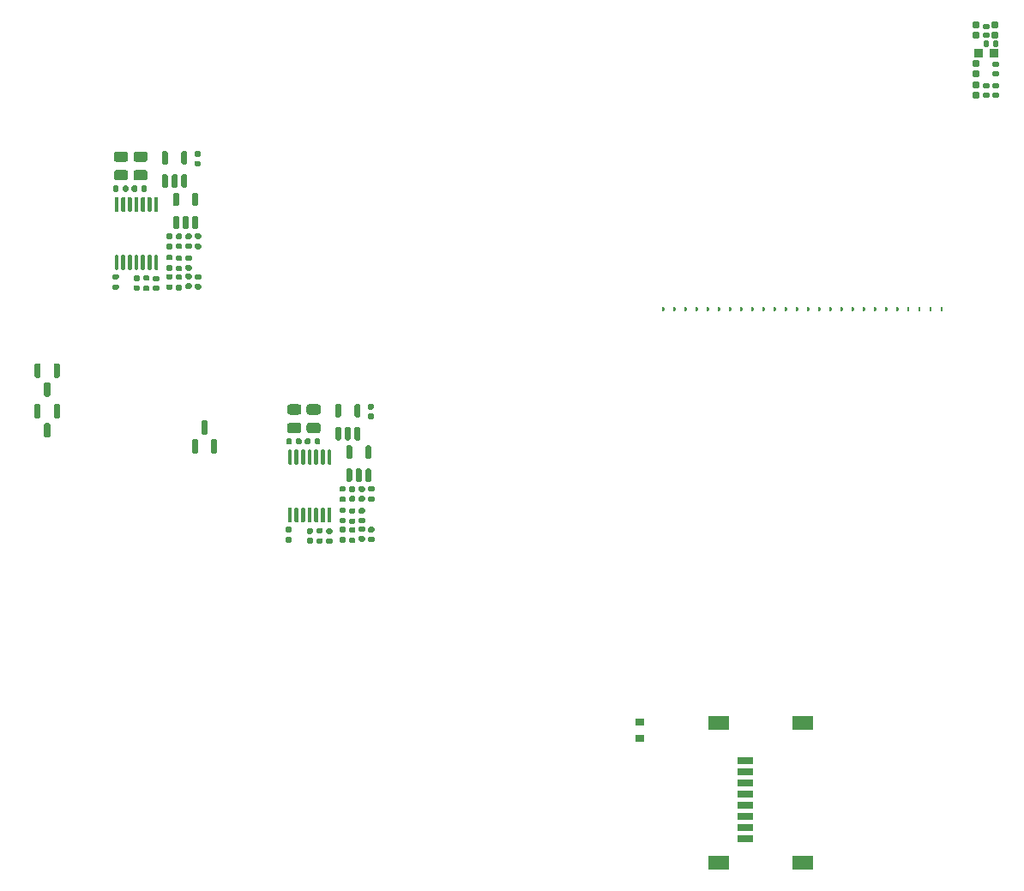
<source format=gbp>
G75*
G70*
%OFA0B0*%
%FSLAX25Y25*%
%IPPOS*%
%LPD*%
%AMOC8*
5,1,8,0,0,1.08239X$1,22.5*
%
%AMM122*
21,1,0.023620,0.018900,-0.000000,0.000000,270.000000*
21,1,0.018900,0.023620,-0.000000,0.000000,270.000000*
1,1,0.004720,-0.009450,-0.009450*
1,1,0.004720,-0.009450,0.009450*
1,1,0.004720,0.009450,0.009450*
1,1,0.004720,0.009450,-0.009450*
%
%AMM142*
21,1,0.033470,0.026770,-0.000000,0.000000,0.000000*
21,1,0.026770,0.033470,-0.000000,0.000000,0.000000*
1,1,0.006690,0.013390,-0.013390*
1,1,0.006690,-0.013390,-0.013390*
1,1,0.006690,-0.013390,0.013390*
1,1,0.006690,0.013390,0.013390*
%
%AMM316*
21,1,0.019680,0.019680,-0.000000,0.000000,0.000000*
21,1,0.015750,0.023620,-0.000000,0.000000,0.000000*
1,1,0.003940,0.007870,-0.009840*
1,1,0.003940,-0.007870,-0.009840*
1,1,0.003940,-0.007870,0.009840*
1,1,0.003940,0.007870,0.009840*
%
%AMM317*
21,1,0.019680,0.019680,-0.000000,0.000000,90.000000*
21,1,0.015750,0.023620,-0.000000,0.000000,90.000000*
1,1,0.003940,0.009840,0.007870*
1,1,0.003940,0.009840,-0.007870*
1,1,0.003940,-0.009840,-0.007870*
1,1,0.003940,-0.009840,0.007870*
%
%ADD266M122*%
%ADD290M142*%
%ADD483M316*%
%ADD484M317*%
%ADD85R,0.05906X0.03150*%
%ADD86R,0.07874X0.05709*%
X0000000Y0000000D02*
%LPD*%
G01*
G36*
G01*
X0354606Y0219400D02*
X0354606Y0220385D01*
G75*
G02*
X0355098Y0220877I0000492J0000000D01*
G01*
X0355098Y0220877D01*
G75*
G02*
X0355591Y0220385I0000000J-000492D01*
G01*
X0355591Y0219400D01*
G75*
G02*
X0355098Y0218908I-000492J0000000D01*
G01*
X0355098Y0218908D01*
G75*
G02*
X0354606Y0219400I0000000J0000492D01*
G01*
G37*
G36*
G01*
X0351260Y0220385D02*
X0351260Y0219400D01*
G75*
G02*
X0350768Y0218908I-000492J0000000D01*
G01*
X0350768Y0218908D01*
G75*
G02*
X0350276Y0219400I0000000J0000492D01*
G01*
X0350276Y0220385D01*
G75*
G02*
X0350768Y0220877I0000492J0000000D01*
G01*
X0350768Y0220877D01*
G75*
G02*
X0351260Y0220385I0000000J-000492D01*
G01*
G37*
G36*
G01*
X0346929Y0220385D02*
X0346929Y0219400D01*
G75*
G02*
X0346437Y0218908I-000492J0000000D01*
G01*
X0346437Y0218908D01*
G75*
G02*
X0345945Y0219400I0000000J0000492D01*
G01*
X0345945Y0220385D01*
G75*
G02*
X0346437Y0220877I0000492J0000000D01*
G01*
X0346437Y0220877D01*
G75*
G02*
X0346929Y0220385I0000000J-000492D01*
G01*
G37*
G36*
G01*
X0342598Y0220385D02*
X0342598Y0219400D01*
G75*
G02*
X0342106Y0218908I-000492J0000000D01*
G01*
X0342106Y0218908D01*
G75*
G02*
X0341614Y0219400I0000000J0000492D01*
G01*
X0341614Y0220385D01*
G75*
G02*
X0342106Y0220877I0000492J0000000D01*
G01*
X0342106Y0220877D01*
G75*
G02*
X0342598Y0220385I0000000J-000492D01*
G01*
G37*
G36*
G01*
X0338268Y0220385D02*
X0338268Y0219400D01*
G75*
G02*
X0337776Y0218908I-000492J0000000D01*
G01*
X0337776Y0218908D01*
G75*
G02*
X0337283Y0219400I0000000J0000492D01*
G01*
X0337283Y0220385D01*
G75*
G02*
X0337776Y0220877I0000492J0000000D01*
G01*
X0337776Y0220877D01*
G75*
G02*
X0338268Y0220385I0000000J-000492D01*
G01*
G37*
G36*
G01*
X0333937Y0220385D02*
X0333937Y0219400D01*
G75*
G02*
X0333445Y0218908I-000492J0000000D01*
G01*
X0333445Y0218908D01*
G75*
G02*
X0332953Y0219400I0000000J0000492D01*
G01*
X0332953Y0220385D01*
G75*
G02*
X0333445Y0220877I0000492J0000000D01*
G01*
X0333445Y0220877D01*
G75*
G02*
X0333937Y0220385I0000000J-000492D01*
G01*
G37*
G36*
G01*
X0329606Y0220385D02*
X0329606Y0219400D01*
G75*
G02*
X0329114Y0218908I-000492J0000000D01*
G01*
X0329114Y0218908D01*
G75*
G02*
X0328622Y0219400I0000000J0000492D01*
G01*
X0328622Y0220385D01*
G75*
G02*
X0329114Y0220877I0000492J0000000D01*
G01*
X0329114Y0220877D01*
G75*
G02*
X0329606Y0220385I0000000J-000492D01*
G01*
G37*
G36*
G01*
X0325276Y0220385D02*
X0325276Y0219400D01*
G75*
G02*
X0324783Y0218908I-000492J0000000D01*
G01*
X0324783Y0218908D01*
G75*
G02*
X0324291Y0219400I0000000J0000492D01*
G01*
X0324291Y0220385D01*
G75*
G02*
X0324783Y0220877I0000492J0000000D01*
G01*
X0324783Y0220877D01*
G75*
G02*
X0325276Y0220385I0000000J-000492D01*
G01*
G37*
G36*
G01*
X0320945Y0220385D02*
X0320945Y0219400D01*
G75*
G02*
X0320453Y0218908I-000492J0000000D01*
G01*
X0320453Y0218908D01*
G75*
G02*
X0319961Y0219400I0000000J0000492D01*
G01*
X0319961Y0220385D01*
G75*
G02*
X0320453Y0220877I0000492J0000000D01*
G01*
X0320453Y0220877D01*
G75*
G02*
X0320945Y0220385I0000000J-000492D01*
G01*
G37*
G36*
G01*
X0316614Y0220385D02*
X0316614Y0219400D01*
G75*
G02*
X0316122Y0218908I-000492J0000000D01*
G01*
X0316122Y0218908D01*
G75*
G02*
X0315630Y0219400I0000000J0000492D01*
G01*
X0315630Y0220385D01*
G75*
G02*
X0316122Y0220877I0000492J0000000D01*
G01*
X0316122Y0220877D01*
G75*
G02*
X0316614Y0220385I0000000J-000492D01*
G01*
G37*
G36*
G01*
X0312284Y0220385D02*
X0312284Y0219400D01*
G75*
G02*
X0311791Y0218908I-000492J0000000D01*
G01*
X0311791Y0218908D01*
G75*
G02*
X0311299Y0219400I0000000J0000492D01*
G01*
X0311299Y0220385D01*
G75*
G02*
X0311791Y0220877I0000492J0000000D01*
G01*
X0311791Y0220877D01*
G75*
G02*
X0312284Y0220385I0000000J-000492D01*
G01*
G37*
G36*
G01*
X0307953Y0220385D02*
X0307953Y0219400D01*
G75*
G02*
X0307461Y0218908I-000492J0000000D01*
G01*
X0307461Y0218908D01*
G75*
G02*
X0306969Y0219400I0000000J0000492D01*
G01*
X0306969Y0220385D01*
G75*
G02*
X0307461Y0220877I0000492J0000000D01*
G01*
X0307461Y0220877D01*
G75*
G02*
X0307953Y0220385I0000000J-000492D01*
G01*
G37*
G36*
G01*
X0303622Y0220385D02*
X0303622Y0219400D01*
G75*
G02*
X0303130Y0218908I-000492J0000000D01*
G01*
X0303130Y0218908D01*
G75*
G02*
X0302638Y0219400I0000000J0000492D01*
G01*
X0302638Y0220385D01*
G75*
G02*
X0303130Y0220877I0000492J0000000D01*
G01*
X0303130Y0220877D01*
G75*
G02*
X0303622Y0220385I0000000J-000492D01*
G01*
G37*
G36*
G01*
X0299291Y0220385D02*
X0299291Y0219400D01*
G75*
G02*
X0298799Y0218908I-000492J0000000D01*
G01*
X0298799Y0218908D01*
G75*
G02*
X0298307Y0219400I0000000J0000492D01*
G01*
X0298307Y0220385D01*
G75*
G02*
X0298799Y0220877I0000492J0000000D01*
G01*
X0298799Y0220877D01*
G75*
G02*
X0299291Y0220385I0000000J-000492D01*
G01*
G37*
G36*
G01*
X0294961Y0220385D02*
X0294961Y0219400D01*
G75*
G02*
X0294469Y0218908I-000492J0000000D01*
G01*
X0294469Y0218908D01*
G75*
G02*
X0293976Y0219400I0000000J0000492D01*
G01*
X0293976Y0220385D01*
G75*
G02*
X0294469Y0220877I0000492J0000000D01*
G01*
X0294469Y0220877D01*
G75*
G02*
X0294961Y0220385I0000000J-000492D01*
G01*
G37*
G36*
G01*
X0290630Y0220385D02*
X0290630Y0219400D01*
G75*
G02*
X0290138Y0218908I-000492J0000000D01*
G01*
X0290138Y0218908D01*
G75*
G02*
X0289646Y0219400I0000000J0000492D01*
G01*
X0289646Y0220385D01*
G75*
G02*
X0290138Y0220877I0000492J0000000D01*
G01*
X0290138Y0220877D01*
G75*
G02*
X0290630Y0220385I0000000J-000492D01*
G01*
G37*
G36*
G01*
X0286299Y0220385D02*
X0286299Y0219400D01*
G75*
G02*
X0285807Y0218908I-000492J0000000D01*
G01*
X0285807Y0218908D01*
G75*
G02*
X0285315Y0219400I0000000J0000492D01*
G01*
X0285315Y0220385D01*
G75*
G02*
X0285807Y0220877I0000492J0000000D01*
G01*
X0285807Y0220877D01*
G75*
G02*
X0286299Y0220385I0000000J-000492D01*
G01*
G37*
G36*
G01*
X0281969Y0220385D02*
X0281969Y0219400D01*
G75*
G02*
X0281476Y0218908I-000492J0000000D01*
G01*
X0281476Y0218908D01*
G75*
G02*
X0280984Y0219400I0000000J0000492D01*
G01*
X0280984Y0220385D01*
G75*
G02*
X0281476Y0220877I0000492J0000000D01*
G01*
X0281476Y0220877D01*
G75*
G02*
X0281969Y0220385I0000000J-000492D01*
G01*
G37*
G36*
G01*
X0277638Y0220385D02*
X0277638Y0219400D01*
G75*
G02*
X0277146Y0218908I-000492J0000000D01*
G01*
X0277146Y0218908D01*
G75*
G02*
X0276654Y0219400I0000000J0000492D01*
G01*
X0276654Y0220385D01*
G75*
G02*
X0277146Y0220877I0000492J0000000D01*
G01*
X0277146Y0220877D01*
G75*
G02*
X0277638Y0220385I0000000J-000492D01*
G01*
G37*
G36*
G01*
X0273307Y0220385D02*
X0273307Y0219400D01*
G75*
G02*
X0272815Y0218908I-000492J0000000D01*
G01*
X0272815Y0218908D01*
G75*
G02*
X0272323Y0219400I0000000J0000492D01*
G01*
X0272323Y0220385D01*
G75*
G02*
X0272815Y0220877I0000492J0000000D01*
G01*
X0272815Y0220877D01*
G75*
G02*
X0273307Y0220385I0000000J-000492D01*
G01*
G37*
G36*
G01*
X0268977Y0220385D02*
X0268977Y0219400D01*
G75*
G02*
X0268484Y0218908I-000492J0000000D01*
G01*
X0268484Y0218908D01*
G75*
G02*
X0267992Y0219400I0000000J0000492D01*
G01*
X0267992Y0220385D01*
G75*
G02*
X0268484Y0220877I0000492J0000000D01*
G01*
X0268484Y0220877D01*
G75*
G02*
X0268977Y0220385I0000000J-000492D01*
G01*
G37*
G36*
G01*
X0264646Y0220385D02*
X0264646Y0219400D01*
G75*
G02*
X0264154Y0218908I-000492J0000000D01*
G01*
X0264154Y0218908D01*
G75*
G02*
X0263662Y0219400I0000000J0000492D01*
G01*
X0263662Y0220385D01*
G75*
G02*
X0264154Y0220877I0000492J0000000D01*
G01*
X0264154Y0220877D01*
G75*
G02*
X0264646Y0220385I0000000J-000492D01*
G01*
G37*
G36*
G01*
X0260315Y0220385D02*
X0260315Y0219400D01*
G75*
G02*
X0259823Y0218908I-000492J0000000D01*
G01*
X0259823Y0218908D01*
G75*
G02*
X0259331Y0219400I0000000J0000492D01*
G01*
X0259331Y0220385D01*
G75*
G02*
X0259823Y0220877I0000492J0000000D01*
G01*
X0259823Y0220877D01*
G75*
G02*
X0260315Y0220385I0000000J-000492D01*
G01*
G37*
G36*
G01*
X0255984Y0220385D02*
X0255984Y0219400D01*
G75*
G02*
X0255492Y0218908I-000492J0000000D01*
G01*
X0255492Y0218908D01*
G75*
G02*
X0255000Y0219400I0000000J0000492D01*
G01*
X0255000Y0220385D01*
G75*
G02*
X0255492Y0220877I0000492J0000000D01*
G01*
X0255492Y0220877D01*
G75*
G02*
X0255984Y0220385I0000000J-000492D01*
G01*
G37*
G36*
G01*
X0251654Y0220385D02*
X0251654Y0219400D01*
G75*
G02*
X0251162Y0218908I-000492J0000000D01*
G01*
X0251162Y0218908D01*
G75*
G02*
X0250669Y0219400I0000000J0000492D01*
G01*
X0250669Y0220385D01*
G75*
G02*
X0251162Y0220877I0000492J0000000D01*
G01*
X0251162Y0220877D01*
G75*
G02*
X0251654Y0220385I0000000J-000492D01*
G01*
G37*
G36*
G01*
X0247323Y0220385D02*
X0247323Y0219400D01*
G75*
G02*
X0246831Y0218908I-000492J0000000D01*
G01*
X0246831Y0218908D01*
G75*
G02*
X0246339Y0219400I0000000J0000492D01*
G01*
X0246339Y0220385D01*
G75*
G02*
X0246831Y0220877I0000492J0000000D01*
G01*
X0246831Y0220877D01*
G75*
G02*
X0247323Y0220385I0000000J-000492D01*
G01*
G37*
G36*
G01*
X0239291Y0051772D02*
X0236220Y0051772D01*
G75*
G02*
X0235945Y0052047I0000000J0000276D01*
G01*
X0235945Y0054252D01*
G75*
G02*
X0236220Y0054528I0000276J0000000D01*
G01*
X0239291Y0054528D01*
G75*
G02*
X0239567Y0054252I0000000J-000276D01*
G01*
X0239567Y0052047D01*
G75*
G02*
X0239291Y0051772I-000276J0000000D01*
G01*
G37*
G36*
G01*
X0239291Y0058071D02*
X0236220Y0058071D01*
G75*
G02*
X0235945Y0058346I0000000J0000276D01*
G01*
X0235945Y0060551D01*
G75*
G02*
X0236220Y0060827I0000276J0000000D01*
G01*
X0239291Y0060827D01*
G75*
G02*
X0239567Y0060551I0000000J-000276D01*
G01*
X0239567Y0058346D01*
G75*
G02*
X0239291Y0058071I-000276J0000000D01*
G01*
G37*
G36*
G01*
X0003110Y0198917D02*
X0004291Y0198917D01*
G75*
G02*
X0004882Y0198327I0000000J-000591D01*
G01*
X0004882Y0193701D01*
G75*
G02*
X0004291Y0193110I-000591J0000000D01*
G01*
X0003110Y0193110D01*
G75*
G02*
X0002520Y0193701I0000000J0000591D01*
G01*
X0002520Y0198327D01*
G75*
G02*
X0003110Y0198917I0000591J0000000D01*
G01*
G37*
G36*
G01*
X0010591Y0198917D02*
X0011772Y0198917D01*
G75*
G02*
X0012362Y0198327I0000000J-000591D01*
G01*
X0012362Y0193701D01*
G75*
G02*
X0011772Y0193110I-000591J0000000D01*
G01*
X0010591Y0193110D01*
G75*
G02*
X0010000Y0193701I0000000J0000591D01*
G01*
X0010000Y0198327D01*
G75*
G02*
X0010591Y0198917I0000591J0000000D01*
G01*
G37*
G36*
G01*
X0006850Y0191535D02*
X0008031Y0191535D01*
G75*
G02*
X0008622Y0190945I0000000J-000591D01*
G01*
X0008622Y0186319D01*
G75*
G02*
X0008031Y0185728I-000591J0000000D01*
G01*
X0006850Y0185728D01*
G75*
G02*
X0006260Y0186319I0000000J0000591D01*
G01*
X0006260Y0190945D01*
G75*
G02*
X0006850Y0191535I0000591J0000000D01*
G01*
G37*
D85*
X0278622Y0044528D03*
X0278622Y0040197D03*
X0278622Y0035866D03*
X0278622Y0031535D03*
X0278622Y0027205D03*
X0278622Y0022874D03*
X0278622Y0018543D03*
X0278622Y0014213D03*
D86*
X0268386Y0058996D03*
X0268386Y0004862D03*
X0301063Y0004862D03*
X0301063Y0058996D03*
G36*
G01*
X0003110Y0183169D02*
X0004291Y0183169D01*
G75*
G02*
X0004882Y0182579I0000000J-000591D01*
G01*
X0004882Y0177953D01*
G75*
G02*
X0004291Y0177362I-000591J0000000D01*
G01*
X0003110Y0177362D01*
G75*
G02*
X0002520Y0177953I0000000J0000591D01*
G01*
X0002520Y0182579D01*
G75*
G02*
X0003110Y0183169I0000591J0000000D01*
G01*
G37*
G36*
G01*
X0010591Y0183169D02*
X0011772Y0183169D01*
G75*
G02*
X0012362Y0182579I0000000J-000591D01*
G01*
X0012362Y0177953D01*
G75*
G02*
X0011772Y0177362I-000591J0000000D01*
G01*
X0010591Y0177362D01*
G75*
G02*
X0010000Y0177953I0000000J0000591D01*
G01*
X0010000Y0182579D01*
G75*
G02*
X0010591Y0183169I0000591J0000000D01*
G01*
G37*
G36*
G01*
X0006850Y0175787D02*
X0008031Y0175787D01*
G75*
G02*
X0008622Y0175197I0000000J-000591D01*
G01*
X0008622Y0170571D01*
G75*
G02*
X0008031Y0169980I-000591J0000000D01*
G01*
X0006850Y0169980D01*
G75*
G02*
X0006260Y0170571I0000000J0000591D01*
G01*
X0006260Y0175197D01*
G75*
G02*
X0006850Y0175787I0000591J0000000D01*
G01*
G37*
G36*
G01*
X0072953Y0163642D02*
X0071772Y0163642D01*
G75*
G02*
X0071181Y0164232I0000000J0000591D01*
G01*
X0071181Y0168858D01*
G75*
G02*
X0071772Y0169449I0000591J0000000D01*
G01*
X0072953Y0169449D01*
G75*
G02*
X0073543Y0168858I0000000J-000591D01*
G01*
X0073543Y0164232D01*
G75*
G02*
X0072953Y0163642I-000591J0000000D01*
G01*
G37*
G36*
G01*
X0065472Y0163642D02*
X0064291Y0163642D01*
G75*
G02*
X0063701Y0164232I0000000J0000591D01*
G01*
X0063701Y0168858D01*
G75*
G02*
X0064291Y0169449I0000591J0000000D01*
G01*
X0065472Y0169449D01*
G75*
G02*
X0066063Y0168858I0000000J-000591D01*
G01*
X0066063Y0164232D01*
G75*
G02*
X0065472Y0163642I-000591J0000000D01*
G01*
G37*
G36*
G01*
X0069213Y0171024D02*
X0068031Y0171024D01*
G75*
G02*
X0067441Y0171614I0000000J0000591D01*
G01*
X0067441Y0176240D01*
G75*
G02*
X0068031Y0176831I0000591J0000000D01*
G01*
X0069213Y0176831D01*
G75*
G02*
X0069803Y0176240I0000000J-000591D01*
G01*
X0069803Y0171614D01*
G75*
G02*
X0069213Y0171024I-000591J0000000D01*
G01*
G37*
X0098031Y0185827D02*
%LPD*%
G01*
G36*
G01*
X0128625Y0168898D02*
X0127444Y0168898D01*
G75*
G02*
X0126853Y0169488I0000000J0000591D01*
G01*
X0126853Y0173524D01*
G75*
G02*
X0127444Y0174114I0000591J0000000D01*
G01*
X0128625Y0174114D01*
G75*
G02*
X0129215Y0173524I0000000J-000591D01*
G01*
X0129215Y0169488D01*
G75*
G02*
X0128625Y0168898I-000591J0000000D01*
G01*
G37*
G36*
G01*
X0124884Y0168898D02*
X0123703Y0168898D01*
G75*
G02*
X0123113Y0169488I0000000J0000591D01*
G01*
X0123113Y0173524D01*
G75*
G02*
X0123703Y0174114I0000591J0000000D01*
G01*
X0124884Y0174114D01*
G75*
G02*
X0125475Y0173524I0000000J-000591D01*
G01*
X0125475Y0169488D01*
G75*
G02*
X0124884Y0168898I-000591J0000000D01*
G01*
G37*
G36*
G01*
X0121144Y0168898D02*
X0119963Y0168898D01*
G75*
G02*
X0119373Y0169488I0000000J0000591D01*
G01*
X0119373Y0173524D01*
G75*
G02*
X0119963Y0174114I0000591J0000000D01*
G01*
X0121144Y0174114D01*
G75*
G02*
X0121735Y0173524I0000000J-000591D01*
G01*
X0121735Y0169488D01*
G75*
G02*
X0121144Y0168898I-000591J0000000D01*
G01*
G37*
G36*
G01*
X0121144Y0177855D02*
X0119963Y0177855D01*
G75*
G02*
X0119373Y0178445I0000000J0000591D01*
G01*
X0119373Y0182481D01*
G75*
G02*
X0119963Y0183071I0000591J0000000D01*
G01*
X0121144Y0183071D01*
G75*
G02*
X0121735Y0182481I0000000J-000591D01*
G01*
X0121735Y0178445D01*
G75*
G02*
X0121144Y0177855I-000591J0000000D01*
G01*
G37*
G36*
G01*
X0128625Y0177855D02*
X0127444Y0177855D01*
G75*
G02*
X0126853Y0178445I0000000J0000591D01*
G01*
X0126853Y0182481D01*
G75*
G02*
X0127444Y0183071I0000591J0000000D01*
G01*
X0128625Y0183071D01*
G75*
G02*
X0129215Y0182481I0000000J-000591D01*
G01*
X0129215Y0178445D01*
G75*
G02*
X0128625Y0177855I-000591J0000000D01*
G01*
G37*
G36*
G01*
X0106338Y0169173D02*
X0106338Y0167835D01*
G75*
G02*
X0105787Y0167284I-000551J0000000D01*
G01*
X0104685Y0167284D01*
G75*
G02*
X0104133Y0167835I0000000J0000551D01*
G01*
X0104133Y0169173D01*
G75*
G02*
X0104685Y0169725I0000551J0000000D01*
G01*
X0105787Y0169725D01*
G75*
G02*
X0106338Y0169173I0000000J-000551D01*
G01*
G37*
G36*
G01*
X0102559Y0169173D02*
X0102559Y0167835D01*
G75*
G02*
X0102007Y0167284I-000551J0000000D01*
G01*
X0100905Y0167284D01*
G75*
G02*
X0100354Y0167835I0000000J0000551D01*
G01*
X0100354Y0169173D01*
G75*
G02*
X0100905Y0169725I0000551J0000000D01*
G01*
X0102007Y0169725D01*
G75*
G02*
X0102559Y0169173I0000000J-000551D01*
G01*
G37*
G36*
G01*
X0129055Y0142658D02*
X0130393Y0142658D01*
G75*
G02*
X0130944Y0142107I0000000J-000551D01*
G01*
X0130944Y0141004D01*
G75*
G02*
X0130393Y0140453I-000551J0000000D01*
G01*
X0129055Y0140453D01*
G75*
G02*
X0128503Y0141004I0000000J0000551D01*
G01*
X0128503Y0142107D01*
G75*
G02*
X0129055Y0142658I0000551J0000000D01*
G01*
G37*
G36*
G01*
X0129055Y0138878D02*
X0130393Y0138878D01*
G75*
G02*
X0130944Y0138327I0000000J-000551D01*
G01*
X0130944Y0137225D01*
G75*
G02*
X0130393Y0136673I-000551J0000000D01*
G01*
X0129055Y0136673D01*
G75*
G02*
X0128503Y0137225I0000000J0000551D01*
G01*
X0128503Y0138327D01*
G75*
G02*
X0129055Y0138878I0000551J0000000D01*
G01*
G37*
G36*
G01*
X0134055Y0129311D02*
X0132716Y0129311D01*
G75*
G02*
X0132165Y0129862I0000000J0000551D01*
G01*
X0132165Y0130965D01*
G75*
G02*
X0132716Y0131516I0000551J0000000D01*
G01*
X0134055Y0131516D01*
G75*
G02*
X0134606Y0130965I0000000J-000551D01*
G01*
X0134606Y0129862D01*
G75*
G02*
X0134055Y0129311I-000551J0000000D01*
G01*
G37*
G36*
G01*
X0134055Y0133091D02*
X0132716Y0133091D01*
G75*
G02*
X0132165Y0133642I0000000J0000551D01*
G01*
X0132165Y0134744D01*
G75*
G02*
X0132716Y0135296I0000551J0000000D01*
G01*
X0134055Y0135296D01*
G75*
G02*
X0134606Y0134744I0000000J-000551D01*
G01*
X0134606Y0133642D01*
G75*
G02*
X0134055Y0133091I-000551J0000000D01*
G01*
G37*
G36*
G01*
X0125314Y0151063D02*
X0126653Y0151063D01*
G75*
G02*
X0127204Y0150512I0000000J-000551D01*
G01*
X0127204Y0149410D01*
G75*
G02*
X0126653Y0148858I-000551J0000000D01*
G01*
X0125314Y0148858D01*
G75*
G02*
X0124763Y0149410I0000000J0000551D01*
G01*
X0124763Y0150512D01*
G75*
G02*
X0125314Y0151063I0000551J0000000D01*
G01*
G37*
G36*
G01*
X0125314Y0147284D02*
X0126653Y0147284D01*
G75*
G02*
X0127204Y0146733I0000000J-000551D01*
G01*
X0127204Y0145630D01*
G75*
G02*
X0126653Y0145079I-000551J0000000D01*
G01*
X0125314Y0145079D01*
G75*
G02*
X0124763Y0145630I0000000J0000551D01*
G01*
X0124763Y0146733D01*
G75*
G02*
X0125314Y0147284I0000551J0000000D01*
G01*
G37*
G36*
G01*
X0130393Y0129508D02*
X0129055Y0129508D01*
G75*
G02*
X0128503Y0130059I0000000J0000551D01*
G01*
X0128503Y0131162D01*
G75*
G02*
X0129055Y0131713I0000551J0000000D01*
G01*
X0130393Y0131713D01*
G75*
G02*
X0130944Y0131162I0000000J-000551D01*
G01*
X0130944Y0130059D01*
G75*
G02*
X0130393Y0129508I-000551J0000000D01*
G01*
G37*
G36*
G01*
X0130393Y0133288D02*
X0129055Y0133288D01*
G75*
G02*
X0128503Y0133839I0000000J0000551D01*
G01*
X0128503Y0134941D01*
G75*
G02*
X0129055Y0135492I0000551J0000000D01*
G01*
X0130393Y0135492D01*
G75*
G02*
X0130944Y0134941I0000000J-000551D01*
G01*
X0130944Y0133839D01*
G75*
G02*
X0130393Y0133288I-000551J0000000D01*
G01*
G37*
G36*
G01*
X0108877Y0134784D02*
X0110216Y0134784D01*
G75*
G02*
X0110767Y0134233I0000000J-000551D01*
G01*
X0110767Y0133130D01*
G75*
G02*
X0110216Y0132579I-000551J0000000D01*
G01*
X0108877Y0132579D01*
G75*
G02*
X0108326Y0133130I0000000J0000551D01*
G01*
X0108326Y0134233D01*
G75*
G02*
X0108877Y0134784I0000551J0000000D01*
G01*
G37*
G36*
G01*
X0108877Y0131004D02*
X0110216Y0131004D01*
G75*
G02*
X0110767Y0130453I0000000J-000551D01*
G01*
X0110767Y0129351D01*
G75*
G02*
X0110216Y0128799I-000551J0000000D01*
G01*
X0108877Y0128799D01*
G75*
G02*
X0108326Y0129351I0000000J0000551D01*
G01*
X0108326Y0130453D01*
G75*
G02*
X0108877Y0131004I0000551J0000000D01*
G01*
G37*
G36*
G01*
X0101377Y0165293D02*
X0102165Y0165293D01*
G75*
G02*
X0102559Y0164899I0000000J-000394D01*
G01*
X0102559Y0159879D01*
G75*
G02*
X0102165Y0159486I-000394J0000000D01*
G01*
X0101377Y0159486D01*
G75*
G02*
X0100984Y0159879I0000000J0000394D01*
G01*
X0100984Y0164899D01*
G75*
G02*
X0101377Y0165293I0000394J0000000D01*
G01*
G37*
G36*
G01*
X0103937Y0165293D02*
X0104724Y0165293D01*
G75*
G02*
X0105118Y0164899I0000000J-000394D01*
G01*
X0105118Y0159879D01*
G75*
G02*
X0104724Y0159486I-000394J0000000D01*
G01*
X0103937Y0159486D01*
G75*
G02*
X0103543Y0159879I0000000J0000394D01*
G01*
X0103543Y0164899D01*
G75*
G02*
X0103937Y0165293I0000394J0000000D01*
G01*
G37*
G36*
G01*
X0106496Y0165293D02*
X0107283Y0165293D01*
G75*
G02*
X0107677Y0164899I0000000J-000394D01*
G01*
X0107677Y0159879D01*
G75*
G02*
X0107283Y0159486I-000394J0000000D01*
G01*
X0106496Y0159486D01*
G75*
G02*
X0106102Y0159879I0000000J0000394D01*
G01*
X0106102Y0164899D01*
G75*
G02*
X0106496Y0165293I0000394J0000000D01*
G01*
G37*
G36*
G01*
X0109055Y0165293D02*
X0109842Y0165293D01*
G75*
G02*
X0110236Y0164899I0000000J-000394D01*
G01*
X0110236Y0159879D01*
G75*
G02*
X0109842Y0159486I-000394J0000000D01*
G01*
X0109055Y0159486D01*
G75*
G02*
X0108661Y0159879I0000000J0000394D01*
G01*
X0108661Y0164899D01*
G75*
G02*
X0109055Y0165293I0000394J0000000D01*
G01*
G37*
G36*
G01*
X0111614Y0165293D02*
X0112401Y0165293D01*
G75*
G02*
X0112795Y0164899I0000000J-000394D01*
G01*
X0112795Y0159879D01*
G75*
G02*
X0112401Y0159486I-000394J0000000D01*
G01*
X0111614Y0159486D01*
G75*
G02*
X0111220Y0159879I0000000J0000394D01*
G01*
X0111220Y0164899D01*
G75*
G02*
X0111614Y0165293I0000394J0000000D01*
G01*
G37*
G36*
G01*
X0114173Y0165293D02*
X0114960Y0165293D01*
G75*
G02*
X0115354Y0164899I0000000J-000394D01*
G01*
X0115354Y0159879D01*
G75*
G02*
X0114960Y0159486I-000394J0000000D01*
G01*
X0114173Y0159486D01*
G75*
G02*
X0113779Y0159879I0000000J0000394D01*
G01*
X0113779Y0164899D01*
G75*
G02*
X0114173Y0165293I0000394J0000000D01*
G01*
G37*
G36*
G01*
X0116732Y0165293D02*
X0117519Y0165293D01*
G75*
G02*
X0117913Y0164899I0000000J-000394D01*
G01*
X0117913Y0159879D01*
G75*
G02*
X0117519Y0159486I-000394J0000000D01*
G01*
X0116732Y0159486D01*
G75*
G02*
X0116338Y0159879I0000000J0000394D01*
G01*
X0116338Y0164899D01*
G75*
G02*
X0116732Y0165293I0000394J0000000D01*
G01*
G37*
G36*
G01*
X0116732Y0142753D02*
X0117519Y0142753D01*
G75*
G02*
X0117913Y0142360I0000000J-000394D01*
G01*
X0117913Y0137340D01*
G75*
G02*
X0117519Y0136946I-000394J0000000D01*
G01*
X0116732Y0136946D01*
G75*
G02*
X0116338Y0137340I0000000J0000394D01*
G01*
X0116338Y0142360D01*
G75*
G02*
X0116732Y0142753I0000394J0000000D01*
G01*
G37*
G36*
G01*
X0114173Y0142753D02*
X0114960Y0142753D01*
G75*
G02*
X0115354Y0142360I0000000J-000394D01*
G01*
X0115354Y0137340D01*
G75*
G02*
X0114960Y0136946I-000394J0000000D01*
G01*
X0114173Y0136946D01*
G75*
G02*
X0113779Y0137340I0000000J0000394D01*
G01*
X0113779Y0142360D01*
G75*
G02*
X0114173Y0142753I0000394J0000000D01*
G01*
G37*
G36*
G01*
X0111614Y0142753D02*
X0112401Y0142753D01*
G75*
G02*
X0112795Y0142360I0000000J-000394D01*
G01*
X0112795Y0137340D01*
G75*
G02*
X0112401Y0136946I-000394J0000000D01*
G01*
X0111614Y0136946D01*
G75*
G02*
X0111220Y0137340I0000000J0000394D01*
G01*
X0111220Y0142360D01*
G75*
G02*
X0111614Y0142753I0000394J0000000D01*
G01*
G37*
G36*
G01*
X0109055Y0142753D02*
X0109842Y0142753D01*
G75*
G02*
X0110236Y0142360I0000000J-000394D01*
G01*
X0110236Y0137340D01*
G75*
G02*
X0109842Y0136946I-000394J0000000D01*
G01*
X0109055Y0136946D01*
G75*
G02*
X0108661Y0137340I0000000J0000394D01*
G01*
X0108661Y0142360D01*
G75*
G02*
X0109055Y0142753I0000394J0000000D01*
G01*
G37*
G36*
G01*
X0106496Y0142753D02*
X0107283Y0142753D01*
G75*
G02*
X0107677Y0142360I0000000J-000394D01*
G01*
X0107677Y0137340D01*
G75*
G02*
X0107283Y0136946I-000394J0000000D01*
G01*
X0106496Y0136946D01*
G75*
G02*
X0106102Y0137340I0000000J0000394D01*
G01*
X0106102Y0142360D01*
G75*
G02*
X0106496Y0142753I0000394J0000000D01*
G01*
G37*
G36*
G01*
X0103937Y0142753D02*
X0104724Y0142753D01*
G75*
G02*
X0105118Y0142360I0000000J-000394D01*
G01*
X0105118Y0137340D01*
G75*
G02*
X0104724Y0136946I-000394J0000000D01*
G01*
X0103937Y0136946D01*
G75*
G02*
X0103543Y0137340I0000000J0000394D01*
G01*
X0103543Y0142360D01*
G75*
G02*
X0103937Y0142753I0000394J0000000D01*
G01*
G37*
G36*
G01*
X0101377Y0142753D02*
X0102165Y0142753D01*
G75*
G02*
X0102559Y0142360I0000000J-000394D01*
G01*
X0102559Y0137340D01*
G75*
G02*
X0102165Y0136946I-000394J0000000D01*
G01*
X0101377Y0136946D01*
G75*
G02*
X0100984Y0137340I0000000J0000394D01*
G01*
X0100984Y0142360D01*
G75*
G02*
X0101377Y0142753I0000394J0000000D01*
G01*
G37*
G36*
G01*
X0109248Y0182936D02*
X0112791Y0182936D01*
G75*
G02*
X0113775Y0181952I0000000J-000984D01*
G01*
X0113775Y0179885D01*
G75*
G02*
X0112791Y0178901I-000984J0000000D01*
G01*
X0109248Y0178901D01*
G75*
G02*
X0108263Y0179885I0000000J0000984D01*
G01*
X0108263Y0181952D01*
G75*
G02*
X0109248Y0182936I0000984J0000000D01*
G01*
G37*
G36*
G01*
X0109248Y0175751D02*
X0112791Y0175751D01*
G75*
G02*
X0113775Y0174767I0000000J-000984D01*
G01*
X0113775Y0172700D01*
G75*
G02*
X0112791Y0171716I-000984J0000000D01*
G01*
X0109248Y0171716D01*
G75*
G02*
X0108263Y0172700I0000000J0000984D01*
G01*
X0108263Y0174767D01*
G75*
G02*
X0109248Y0175751I0000984J0000000D01*
G01*
G37*
G36*
G01*
X0122972Y0136693D02*
X0121515Y0136693D01*
G75*
G02*
X0120984Y0137225I0000000J0000531D01*
G01*
X0120984Y0138288D01*
G75*
G02*
X0121515Y0138819I0000531J0000000D01*
G01*
X0122972Y0138819D01*
G75*
G02*
X0123503Y0138288I0000000J-000531D01*
G01*
X0123503Y0137225D01*
G75*
G02*
X0122972Y0136693I-000531J0000000D01*
G01*
G37*
G36*
G01*
X0122972Y0140709D02*
X0121515Y0140709D01*
G75*
G02*
X0120984Y0141240I0000000J0000531D01*
G01*
X0120984Y0142303D01*
G75*
G02*
X0121515Y0142835I0000531J0000000D01*
G01*
X0122972Y0142835D01*
G75*
G02*
X0123503Y0142303I0000000J-000531D01*
G01*
X0123503Y0141240D01*
G75*
G02*
X0122972Y0140709I-000531J0000000D01*
G01*
G37*
G36*
G01*
X0133897Y0177126D02*
X0132559Y0177126D01*
G75*
G02*
X0132007Y0177677I0000000J0000551D01*
G01*
X0132007Y0178780D01*
G75*
G02*
X0132559Y0179331I0000551J0000000D01*
G01*
X0133897Y0179331D01*
G75*
G02*
X0134448Y0178780I0000000J-000551D01*
G01*
X0134448Y0177677D01*
G75*
G02*
X0133897Y0177126I-000551J0000000D01*
G01*
G37*
G36*
G01*
X0133897Y0180906D02*
X0132559Y0180906D01*
G75*
G02*
X0132007Y0181457I0000000J0000551D01*
G01*
X0132007Y0182559D01*
G75*
G02*
X0132559Y0183110I0000551J0000000D01*
G01*
X0133897Y0183110D01*
G75*
G02*
X0134448Y0182559I0000000J-000551D01*
G01*
X0134448Y0181457D01*
G75*
G02*
X0133897Y0180906I-000551J0000000D01*
G01*
G37*
G36*
G01*
X0126712Y0129016D02*
X0125255Y0129016D01*
G75*
G02*
X0124724Y0129547I0000000J0000531D01*
G01*
X0124724Y0130610D01*
G75*
G02*
X0125255Y0131142I0000531J0000000D01*
G01*
X0126712Y0131142D01*
G75*
G02*
X0127244Y0130610I0000000J-000531D01*
G01*
X0127244Y0129547D01*
G75*
G02*
X0126712Y0129016I-000531J0000000D01*
G01*
G37*
G36*
G01*
X0126712Y0133032D02*
X0125255Y0133032D01*
G75*
G02*
X0124724Y0133563I0000000J0000531D01*
G01*
X0124724Y0134626D01*
G75*
G02*
X0125255Y0135158I0000531J0000000D01*
G01*
X0126712Y0135158D01*
G75*
G02*
X0127244Y0134626I0000000J-000531D01*
G01*
X0127244Y0133563D01*
G75*
G02*
X0126712Y0133032I-000531J0000000D01*
G01*
G37*
G36*
G01*
X0122972Y0144949D02*
X0121516Y0144949D01*
G75*
G02*
X0120984Y0145481I0000000J0000531D01*
G01*
X0120984Y0146544D01*
G75*
G02*
X0121516Y0147075I0000531J0000000D01*
G01*
X0122972Y0147075D01*
G75*
G02*
X0123504Y0146544I0000000J-000531D01*
G01*
X0123504Y0145481D01*
G75*
G02*
X0122972Y0144949I-000531J0000000D01*
G01*
G37*
G36*
G01*
X0122972Y0148965D02*
X0121516Y0148965D01*
G75*
G02*
X0120984Y0149497I0000000J0000531D01*
G01*
X0120984Y0150560D01*
G75*
G02*
X0121516Y0151091I0000531J0000000D01*
G01*
X0122972Y0151091D01*
G75*
G02*
X0123504Y0150560I0000000J-000531D01*
G01*
X0123504Y0149497D01*
G75*
G02*
X0122972Y0148965I-000531J0000000D01*
G01*
G37*
G36*
G01*
X0105216Y0171716D02*
X0101673Y0171716D01*
G75*
G02*
X0100688Y0172700I0000000J0000984D01*
G01*
X0100688Y0174767D01*
G75*
G02*
X0101673Y0175751I0000984J0000000D01*
G01*
X0105216Y0175751D01*
G75*
G02*
X0106200Y0174767I0000000J-000984D01*
G01*
X0106200Y0172700D01*
G75*
G02*
X0105216Y0171716I-000984J0000000D01*
G01*
G37*
G36*
G01*
X0105216Y0178901D02*
X0101673Y0178901D01*
G75*
G02*
X0100688Y0179885I0000000J0000984D01*
G01*
X0100688Y0181952D01*
G75*
G02*
X0101673Y0182936I0000984J0000000D01*
G01*
X0105216Y0182936D01*
G75*
G02*
X0106200Y0181952I0000000J-000984D01*
G01*
X0106200Y0179885D01*
G75*
G02*
X0105216Y0178901I-000984J0000000D01*
G01*
G37*
G36*
G01*
X0134114Y0145000D02*
X0132657Y0145000D01*
G75*
G02*
X0132125Y0145532I0000000J0000531D01*
G01*
X0132125Y0146595D01*
G75*
G02*
X0132657Y0147126I0000531J0000000D01*
G01*
X0134114Y0147126D01*
G75*
G02*
X0134645Y0146595I0000000J-000531D01*
G01*
X0134645Y0145532D01*
G75*
G02*
X0134114Y0145000I-000531J0000000D01*
G01*
G37*
G36*
G01*
X0134114Y0149016D02*
X0132657Y0149016D01*
G75*
G02*
X0132125Y0149547I0000000J0000531D01*
G01*
X0132125Y0150610D01*
G75*
G02*
X0132657Y0151142I0000531J0000000D01*
G01*
X0134114Y0151142D01*
G75*
G02*
X0134645Y0150610I0000000J-000531D01*
G01*
X0134645Y0149547D01*
G75*
G02*
X0134114Y0149016I-000531J0000000D01*
G01*
G37*
G36*
G01*
X0100610Y0135315D02*
X0102066Y0135315D01*
G75*
G02*
X0102598Y0134784I0000000J-000531D01*
G01*
X0102598Y0133721D01*
G75*
G02*
X0102066Y0133189I-000531J0000000D01*
G01*
X0100610Y0133189D01*
G75*
G02*
X0100078Y0133721I0000000J0000531D01*
G01*
X0100078Y0134784D01*
G75*
G02*
X0100610Y0135315I0000531J0000000D01*
G01*
G37*
G36*
G01*
X0100610Y0131299D02*
X0102066Y0131299D01*
G75*
G02*
X0102598Y0130768I0000000J-000531D01*
G01*
X0102598Y0129705D01*
G75*
G02*
X0102066Y0129173I-000531J0000000D01*
G01*
X0100610Y0129173D01*
G75*
G02*
X0100078Y0129705I0000000J0000531D01*
G01*
X0100078Y0130768D01*
G75*
G02*
X0100610Y0131299I0000531J0000000D01*
G01*
G37*
G36*
G01*
X0112559Y0134862D02*
X0114015Y0134862D01*
G75*
G02*
X0114547Y0134331I0000000J-000531D01*
G01*
X0114547Y0133268D01*
G75*
G02*
X0114015Y0132736I-000531J0000000D01*
G01*
X0112559Y0132736D01*
G75*
G02*
X0112027Y0133268I0000000J0000531D01*
G01*
X0112027Y0134331D01*
G75*
G02*
X0112559Y0134862I0000531J0000000D01*
G01*
G37*
G36*
G01*
X0112559Y0130847D02*
X0114015Y0130847D01*
G75*
G02*
X0114547Y0130315I0000000J-000531D01*
G01*
X0114547Y0129252D01*
G75*
G02*
X0114015Y0128721I-000531J0000000D01*
G01*
X0112559Y0128721D01*
G75*
G02*
X0112027Y0129252I0000000J0000531D01*
G01*
X0112027Y0130315D01*
G75*
G02*
X0112559Y0130847I0000531J0000000D01*
G01*
G37*
G36*
G01*
X0126712Y0136398D02*
X0125255Y0136398D01*
G75*
G02*
X0124724Y0136929I0000000J0000531D01*
G01*
X0124724Y0137992D01*
G75*
G02*
X0125255Y0138524I0000531J0000000D01*
G01*
X0126712Y0138524D01*
G75*
G02*
X0127244Y0137992I0000000J-000531D01*
G01*
X0127244Y0136929D01*
G75*
G02*
X0126712Y0136398I-000531J0000000D01*
G01*
G37*
G36*
G01*
X0126712Y0140414D02*
X0125255Y0140414D01*
G75*
G02*
X0124724Y0140945I0000000J0000531D01*
G01*
X0124724Y0142008D01*
G75*
G02*
X0125255Y0142540I0000531J0000000D01*
G01*
X0126712Y0142540D01*
G75*
G02*
X0127244Y0142008I0000000J-000531D01*
G01*
X0127244Y0140945D01*
G75*
G02*
X0126712Y0140414I-000531J0000000D01*
G01*
G37*
G36*
G01*
X0117795Y0128701D02*
X0116456Y0128701D01*
G75*
G02*
X0115905Y0129252I0000000J0000551D01*
G01*
X0115905Y0130355D01*
G75*
G02*
X0116456Y0130906I0000551J0000000D01*
G01*
X0117795Y0130906D01*
G75*
G02*
X0118346Y0130355I0000000J-000551D01*
G01*
X0118346Y0129252D01*
G75*
G02*
X0117795Y0128701I-000551J0000000D01*
G01*
G37*
G36*
G01*
X0117795Y0132481D02*
X0116456Y0132481D01*
G75*
G02*
X0115905Y0133032I0000000J0000551D01*
G01*
X0115905Y0134134D01*
G75*
G02*
X0116456Y0134685I0000551J0000000D01*
G01*
X0117795Y0134685D01*
G75*
G02*
X0118346Y0134134I0000000J-000551D01*
G01*
X0118346Y0133032D01*
G75*
G02*
X0117795Y0132481I-000551J0000000D01*
G01*
G37*
G36*
G01*
X0107580Y0167849D02*
X0107580Y0169187D01*
G75*
G02*
X0108131Y0169739I0000551J0000000D01*
G01*
X0109233Y0169739D01*
G75*
G02*
X0109785Y0169187I0000000J-000551D01*
G01*
X0109785Y0167849D01*
G75*
G02*
X0109233Y0167298I-000551J0000000D01*
G01*
X0108131Y0167298D01*
G75*
G02*
X0107580Y0167849I0000000J0000551D01*
G01*
G37*
G36*
G01*
X0111359Y0167849D02*
X0111359Y0169187D01*
G75*
G02*
X0111910Y0169739I0000551J0000000D01*
G01*
X0113013Y0169739D01*
G75*
G02*
X0113564Y0169187I0000000J-000551D01*
G01*
X0113564Y0167849D01*
G75*
G02*
X0113013Y0167298I-000551J0000000D01*
G01*
X0111910Y0167298D01*
G75*
G02*
X0111359Y0167849I0000000J0000551D01*
G01*
G37*
G36*
G01*
X0121515Y0135355D02*
X0122972Y0135355D01*
G75*
G02*
X0123503Y0134823I0000000J-000531D01*
G01*
X0123503Y0133760D01*
G75*
G02*
X0122972Y0133229I-000531J0000000D01*
G01*
X0121515Y0133229D01*
G75*
G02*
X0120984Y0133760I0000000J0000531D01*
G01*
X0120984Y0134823D01*
G75*
G02*
X0121515Y0135355I0000531J0000000D01*
G01*
G37*
G36*
G01*
X0121515Y0131339D02*
X0122972Y0131339D01*
G75*
G02*
X0123503Y0130807I0000000J-000531D01*
G01*
X0123503Y0129744D01*
G75*
G02*
X0122972Y0129213I-000531J0000000D01*
G01*
X0121515Y0129213D01*
G75*
G02*
X0120984Y0129744I0000000J0000531D01*
G01*
X0120984Y0130807D01*
G75*
G02*
X0121515Y0131339I0000531J0000000D01*
G01*
G37*
G36*
G01*
X0132874Y0152756D02*
X0131692Y0152756D01*
G75*
G02*
X0131102Y0153347I0000000J0000591D01*
G01*
X0131102Y0157382D01*
G75*
G02*
X0131692Y0157973I0000591J0000000D01*
G01*
X0132874Y0157973D01*
G75*
G02*
X0133464Y0157382I0000000J-000591D01*
G01*
X0133464Y0153347D01*
G75*
G02*
X0132874Y0152756I-000591J0000000D01*
G01*
G37*
G36*
G01*
X0129133Y0152756D02*
X0127952Y0152756D01*
G75*
G02*
X0127362Y0153347I0000000J0000591D01*
G01*
X0127362Y0157382D01*
G75*
G02*
X0127952Y0157973I0000591J0000000D01*
G01*
X0129133Y0157973D01*
G75*
G02*
X0129724Y0157382I0000000J-000591D01*
G01*
X0129724Y0153347D01*
G75*
G02*
X0129133Y0152756I-000591J0000000D01*
G01*
G37*
G36*
G01*
X0125393Y0152756D02*
X0124212Y0152756D01*
G75*
G02*
X0123622Y0153347I0000000J0000591D01*
G01*
X0123622Y0157382D01*
G75*
G02*
X0124212Y0157973I0000591J0000000D01*
G01*
X0125393Y0157973D01*
G75*
G02*
X0125984Y0157382I0000000J-000591D01*
G01*
X0125984Y0153347D01*
G75*
G02*
X0125393Y0152756I-000591J0000000D01*
G01*
G37*
G36*
G01*
X0125393Y0161713D02*
X0124212Y0161713D01*
G75*
G02*
X0123622Y0162303I0000000J0000591D01*
G01*
X0123622Y0166339D01*
G75*
G02*
X0124212Y0166929I0000591J0000000D01*
G01*
X0125393Y0166929D01*
G75*
G02*
X0125984Y0166339I0000000J-000591D01*
G01*
X0125984Y0162303D01*
G75*
G02*
X0125393Y0161713I-000591J0000000D01*
G01*
G37*
G36*
G01*
X0132874Y0161713D02*
X0131692Y0161713D01*
G75*
G02*
X0131102Y0162303I0000000J0000591D01*
G01*
X0131102Y0166339D01*
G75*
G02*
X0131692Y0166929I0000591J0000000D01*
G01*
X0132874Y0166929D01*
G75*
G02*
X0133464Y0166339I0000000J-000591D01*
G01*
X0133464Y0162303D01*
G75*
G02*
X0132874Y0161713I-000591J0000000D01*
G01*
G37*
G36*
G01*
X0129055Y0151063D02*
X0130393Y0151063D01*
G75*
G02*
X0130944Y0150512I0000000J-000551D01*
G01*
X0130944Y0149410D01*
G75*
G02*
X0130393Y0148858I-000551J0000000D01*
G01*
X0129055Y0148858D01*
G75*
G02*
X0128503Y0149410I0000000J0000551D01*
G01*
X0128503Y0150512D01*
G75*
G02*
X0129055Y0151063I0000551J0000000D01*
G01*
G37*
G36*
G01*
X0129055Y0147284D02*
X0130393Y0147284D01*
G75*
G02*
X0130944Y0146733I0000000J-000551D01*
G01*
X0130944Y0145630D01*
G75*
G02*
X0130393Y0145079I-000551J0000000D01*
G01*
X0129055Y0145079D01*
G75*
G02*
X0128503Y0145630I0000000J0000551D01*
G01*
X0128503Y0146733D01*
G75*
G02*
X0129055Y0147284I0000551J0000000D01*
G01*
G37*
X0030709Y0284055D02*
%LPD*%
G01*
G36*
G01*
X0061303Y0267126D02*
X0060122Y0267126D01*
G75*
G02*
X0059531Y0267716I0000000J0000591D01*
G01*
X0059531Y0271752D01*
G75*
G02*
X0060122Y0272342I0000591J0000000D01*
G01*
X0061303Y0272342D01*
G75*
G02*
X0061893Y0271752I0000000J-000591D01*
G01*
X0061893Y0267716D01*
G75*
G02*
X0061303Y0267126I-000591J0000000D01*
G01*
G37*
G36*
G01*
X0057562Y0267126D02*
X0056381Y0267126D01*
G75*
G02*
X0055791Y0267716I0000000J0000591D01*
G01*
X0055791Y0271752D01*
G75*
G02*
X0056381Y0272342I0000591J0000000D01*
G01*
X0057562Y0272342D01*
G75*
G02*
X0058153Y0271752I0000000J-000591D01*
G01*
X0058153Y0267716D01*
G75*
G02*
X0057562Y0267126I-000591J0000000D01*
G01*
G37*
G36*
G01*
X0053822Y0267126D02*
X0052641Y0267126D01*
G75*
G02*
X0052051Y0267716I0000000J0000591D01*
G01*
X0052051Y0271752D01*
G75*
G02*
X0052641Y0272342I0000591J0000000D01*
G01*
X0053822Y0272342D01*
G75*
G02*
X0054413Y0271752I0000000J-000591D01*
G01*
X0054413Y0267716D01*
G75*
G02*
X0053822Y0267126I-000591J0000000D01*
G01*
G37*
G36*
G01*
X0053822Y0276083D02*
X0052641Y0276083D01*
G75*
G02*
X0052051Y0276673I0000000J0000591D01*
G01*
X0052051Y0280709D01*
G75*
G02*
X0052641Y0281299I0000591J0000000D01*
G01*
X0053822Y0281299D01*
G75*
G02*
X0054413Y0280709I0000000J-000591D01*
G01*
X0054413Y0276673D01*
G75*
G02*
X0053822Y0276083I-000591J0000000D01*
G01*
G37*
G36*
G01*
X0061303Y0276083D02*
X0060122Y0276083D01*
G75*
G02*
X0059531Y0276673I0000000J0000591D01*
G01*
X0059531Y0280709D01*
G75*
G02*
X0060122Y0281299I0000591J0000000D01*
G01*
X0061303Y0281299D01*
G75*
G02*
X0061893Y0280709I0000000J-000591D01*
G01*
X0061893Y0276673D01*
G75*
G02*
X0061303Y0276083I-000591J0000000D01*
G01*
G37*
G36*
G01*
X0039016Y0267401D02*
X0039016Y0266063D01*
G75*
G02*
X0038465Y0265512I-000551J0000000D01*
G01*
X0037363Y0265512D01*
G75*
G02*
X0036811Y0266063I0000000J0000551D01*
G01*
X0036811Y0267401D01*
G75*
G02*
X0037363Y0267953I0000551J0000000D01*
G01*
X0038465Y0267953D01*
G75*
G02*
X0039016Y0267401I0000000J-000551D01*
G01*
G37*
G36*
G01*
X0035237Y0267401D02*
X0035237Y0266063D01*
G75*
G02*
X0034685Y0265512I-000551J0000000D01*
G01*
X0033583Y0265512D01*
G75*
G02*
X0033032Y0266063I0000000J0000551D01*
G01*
X0033032Y0267401D01*
G75*
G02*
X0033583Y0267953I0000551J0000000D01*
G01*
X0034685Y0267953D01*
G75*
G02*
X0035237Y0267401I0000000J-000551D01*
G01*
G37*
G36*
G01*
X0061733Y0240886D02*
X0063071Y0240886D01*
G75*
G02*
X0063622Y0240335I0000000J-000551D01*
G01*
X0063622Y0239232D01*
G75*
G02*
X0063071Y0238681I-000551J0000000D01*
G01*
X0061733Y0238681D01*
G75*
G02*
X0061181Y0239232I0000000J0000551D01*
G01*
X0061181Y0240335D01*
G75*
G02*
X0061733Y0240886I0000551J0000000D01*
G01*
G37*
G36*
G01*
X0061733Y0237106D02*
X0063071Y0237106D01*
G75*
G02*
X0063622Y0236555I0000000J-000551D01*
G01*
X0063622Y0235453D01*
G75*
G02*
X0063071Y0234901I-000551J0000000D01*
G01*
X0061733Y0234901D01*
G75*
G02*
X0061181Y0235453I0000000J0000551D01*
G01*
X0061181Y0236555D01*
G75*
G02*
X0061733Y0237106I0000551J0000000D01*
G01*
G37*
G36*
G01*
X0066733Y0227539D02*
X0065394Y0227539D01*
G75*
G02*
X0064843Y0228090I0000000J0000551D01*
G01*
X0064843Y0229193D01*
G75*
G02*
X0065394Y0229744I0000551J0000000D01*
G01*
X0066733Y0229744D01*
G75*
G02*
X0067284Y0229193I0000000J-000551D01*
G01*
X0067284Y0228090D01*
G75*
G02*
X0066733Y0227539I-000551J0000000D01*
G01*
G37*
G36*
G01*
X0066733Y0231319D02*
X0065394Y0231319D01*
G75*
G02*
X0064843Y0231870I0000000J0000551D01*
G01*
X0064843Y0232972D01*
G75*
G02*
X0065394Y0233524I0000551J0000000D01*
G01*
X0066733Y0233524D01*
G75*
G02*
X0067284Y0232972I0000000J-000551D01*
G01*
X0067284Y0231870D01*
G75*
G02*
X0066733Y0231319I-000551J0000000D01*
G01*
G37*
G36*
G01*
X0057992Y0249291D02*
X0059331Y0249291D01*
G75*
G02*
X0059882Y0248740I0000000J-000551D01*
G01*
X0059882Y0247638D01*
G75*
G02*
X0059331Y0247086I-000551J0000000D01*
G01*
X0057992Y0247086D01*
G75*
G02*
X0057441Y0247638I0000000J0000551D01*
G01*
X0057441Y0248740D01*
G75*
G02*
X0057992Y0249291I0000551J0000000D01*
G01*
G37*
G36*
G01*
X0057992Y0245512D02*
X0059331Y0245512D01*
G75*
G02*
X0059882Y0244961I0000000J-000551D01*
G01*
X0059882Y0243858D01*
G75*
G02*
X0059331Y0243307I-000551J0000000D01*
G01*
X0057992Y0243307D01*
G75*
G02*
X0057441Y0243858I0000000J0000551D01*
G01*
X0057441Y0244961D01*
G75*
G02*
X0057992Y0245512I0000551J0000000D01*
G01*
G37*
G36*
G01*
X0063071Y0227736D02*
X0061733Y0227736D01*
G75*
G02*
X0061181Y0228287I0000000J0000551D01*
G01*
X0061181Y0229390D01*
G75*
G02*
X0061733Y0229941I0000551J0000000D01*
G01*
X0063071Y0229941D01*
G75*
G02*
X0063622Y0229390I0000000J-000551D01*
G01*
X0063622Y0228287D01*
G75*
G02*
X0063071Y0227736I-000551J0000000D01*
G01*
G37*
G36*
G01*
X0063071Y0231516D02*
X0061733Y0231516D01*
G75*
G02*
X0061181Y0232067I0000000J0000551D01*
G01*
X0061181Y0233169D01*
G75*
G02*
X0061733Y0233720I0000551J0000000D01*
G01*
X0063071Y0233720D01*
G75*
G02*
X0063622Y0233169I0000000J-000551D01*
G01*
X0063622Y0232067D01*
G75*
G02*
X0063071Y0231516I-000551J0000000D01*
G01*
G37*
G36*
G01*
X0041555Y0233012D02*
X0042894Y0233012D01*
G75*
G02*
X0043445Y0232461I0000000J-000551D01*
G01*
X0043445Y0231358D01*
G75*
G02*
X0042894Y0230807I-000551J0000000D01*
G01*
X0041555Y0230807D01*
G75*
G02*
X0041004Y0231358I0000000J0000551D01*
G01*
X0041004Y0232461D01*
G75*
G02*
X0041555Y0233012I0000551J0000000D01*
G01*
G37*
G36*
G01*
X0041555Y0229232D02*
X0042894Y0229232D01*
G75*
G02*
X0043445Y0228681I0000000J-000551D01*
G01*
X0043445Y0227579D01*
G75*
G02*
X0042894Y0227027I-000551J0000000D01*
G01*
X0041555Y0227027D01*
G75*
G02*
X0041004Y0227579I0000000J0000551D01*
G01*
X0041004Y0228681D01*
G75*
G02*
X0041555Y0229232I0000551J0000000D01*
G01*
G37*
G36*
G01*
X0034055Y0263521D02*
X0034843Y0263521D01*
G75*
G02*
X0035237Y0263127I0000000J-000394D01*
G01*
X0035237Y0258107D01*
G75*
G02*
X0034843Y0257714I-000394J0000000D01*
G01*
X0034055Y0257714D01*
G75*
G02*
X0033662Y0258107I0000000J0000394D01*
G01*
X0033662Y0263127D01*
G75*
G02*
X0034055Y0263521I0000394J0000000D01*
G01*
G37*
G36*
G01*
X0036615Y0263521D02*
X0037402Y0263521D01*
G75*
G02*
X0037796Y0263127I0000000J-000394D01*
G01*
X0037796Y0258107D01*
G75*
G02*
X0037402Y0257714I-000394J0000000D01*
G01*
X0036615Y0257714D01*
G75*
G02*
X0036221Y0258107I0000000J0000394D01*
G01*
X0036221Y0263127D01*
G75*
G02*
X0036615Y0263521I0000394J0000000D01*
G01*
G37*
G36*
G01*
X0039174Y0263521D02*
X0039961Y0263521D01*
G75*
G02*
X0040355Y0263127I0000000J-000394D01*
G01*
X0040355Y0258107D01*
G75*
G02*
X0039961Y0257714I-000394J0000000D01*
G01*
X0039174Y0257714D01*
G75*
G02*
X0038780Y0258107I0000000J0000394D01*
G01*
X0038780Y0263127D01*
G75*
G02*
X0039174Y0263521I0000394J0000000D01*
G01*
G37*
G36*
G01*
X0041733Y0263521D02*
X0042520Y0263521D01*
G75*
G02*
X0042914Y0263127I0000000J-000394D01*
G01*
X0042914Y0258107D01*
G75*
G02*
X0042520Y0257714I-000394J0000000D01*
G01*
X0041733Y0257714D01*
G75*
G02*
X0041339Y0258107I0000000J0000394D01*
G01*
X0041339Y0263127D01*
G75*
G02*
X0041733Y0263521I0000394J0000000D01*
G01*
G37*
G36*
G01*
X0044292Y0263521D02*
X0045079Y0263521D01*
G75*
G02*
X0045473Y0263127I0000000J-000394D01*
G01*
X0045473Y0258107D01*
G75*
G02*
X0045079Y0257714I-000394J0000000D01*
G01*
X0044292Y0257714D01*
G75*
G02*
X0043898Y0258107I0000000J0000394D01*
G01*
X0043898Y0263127D01*
G75*
G02*
X0044292Y0263521I0000394J0000000D01*
G01*
G37*
G36*
G01*
X0046851Y0263521D02*
X0047638Y0263521D01*
G75*
G02*
X0048032Y0263127I0000000J-000394D01*
G01*
X0048032Y0258107D01*
G75*
G02*
X0047638Y0257714I-000394J0000000D01*
G01*
X0046851Y0257714D01*
G75*
G02*
X0046457Y0258107I0000000J0000394D01*
G01*
X0046457Y0263127D01*
G75*
G02*
X0046851Y0263521I0000394J0000000D01*
G01*
G37*
G36*
G01*
X0049410Y0263521D02*
X0050197Y0263521D01*
G75*
G02*
X0050591Y0263127I0000000J-000394D01*
G01*
X0050591Y0258107D01*
G75*
G02*
X0050197Y0257714I-000394J0000000D01*
G01*
X0049410Y0257714D01*
G75*
G02*
X0049016Y0258107I0000000J0000394D01*
G01*
X0049016Y0263127D01*
G75*
G02*
X0049410Y0263521I0000394J0000000D01*
G01*
G37*
G36*
G01*
X0049410Y0240981D02*
X0050197Y0240981D01*
G75*
G02*
X0050591Y0240588I0000000J-000394D01*
G01*
X0050591Y0235568D01*
G75*
G02*
X0050197Y0235174I-000394J0000000D01*
G01*
X0049410Y0235174D01*
G75*
G02*
X0049016Y0235568I0000000J0000394D01*
G01*
X0049016Y0240588D01*
G75*
G02*
X0049410Y0240981I0000394J0000000D01*
G01*
G37*
G36*
G01*
X0046851Y0240981D02*
X0047638Y0240981D01*
G75*
G02*
X0048032Y0240588I0000000J-000394D01*
G01*
X0048032Y0235568D01*
G75*
G02*
X0047638Y0235174I-000394J0000000D01*
G01*
X0046851Y0235174D01*
G75*
G02*
X0046457Y0235568I0000000J0000394D01*
G01*
X0046457Y0240588D01*
G75*
G02*
X0046851Y0240981I0000394J0000000D01*
G01*
G37*
G36*
G01*
X0044292Y0240981D02*
X0045079Y0240981D01*
G75*
G02*
X0045473Y0240588I0000000J-000394D01*
G01*
X0045473Y0235568D01*
G75*
G02*
X0045079Y0235174I-000394J0000000D01*
G01*
X0044292Y0235174D01*
G75*
G02*
X0043898Y0235568I0000000J0000394D01*
G01*
X0043898Y0240588D01*
G75*
G02*
X0044292Y0240981I0000394J0000000D01*
G01*
G37*
G36*
G01*
X0041733Y0240981D02*
X0042520Y0240981D01*
G75*
G02*
X0042914Y0240588I0000000J-000394D01*
G01*
X0042914Y0235568D01*
G75*
G02*
X0042520Y0235174I-000394J0000000D01*
G01*
X0041733Y0235174D01*
G75*
G02*
X0041339Y0235568I0000000J0000394D01*
G01*
X0041339Y0240588D01*
G75*
G02*
X0041733Y0240981I0000394J0000000D01*
G01*
G37*
G36*
G01*
X0039174Y0240981D02*
X0039961Y0240981D01*
G75*
G02*
X0040355Y0240588I0000000J-000394D01*
G01*
X0040355Y0235568D01*
G75*
G02*
X0039961Y0235174I-000394J0000000D01*
G01*
X0039174Y0235174D01*
G75*
G02*
X0038780Y0235568I0000000J0000394D01*
G01*
X0038780Y0240588D01*
G75*
G02*
X0039174Y0240981I0000394J0000000D01*
G01*
G37*
G36*
G01*
X0036615Y0240981D02*
X0037402Y0240981D01*
G75*
G02*
X0037796Y0240588I0000000J-000394D01*
G01*
X0037796Y0235568D01*
G75*
G02*
X0037402Y0235174I-000394J0000000D01*
G01*
X0036615Y0235174D01*
G75*
G02*
X0036221Y0235568I0000000J0000394D01*
G01*
X0036221Y0240588D01*
G75*
G02*
X0036615Y0240981I0000394J0000000D01*
G01*
G37*
G36*
G01*
X0034055Y0240981D02*
X0034843Y0240981D01*
G75*
G02*
X0035237Y0240588I0000000J-000394D01*
G01*
X0035237Y0235568D01*
G75*
G02*
X0034843Y0235174I-000394J0000000D01*
G01*
X0034055Y0235174D01*
G75*
G02*
X0033662Y0235568I0000000J0000394D01*
G01*
X0033662Y0240588D01*
G75*
G02*
X0034055Y0240981I0000394J0000000D01*
G01*
G37*
G36*
G01*
X0041926Y0281164D02*
X0045469Y0281164D01*
G75*
G02*
X0046453Y0280180I0000000J-000984D01*
G01*
X0046453Y0278113D01*
G75*
G02*
X0045469Y0277129I-000984J0000000D01*
G01*
X0041926Y0277129D01*
G75*
G02*
X0040941Y0278113I0000000J0000984D01*
G01*
X0040941Y0280180D01*
G75*
G02*
X0041926Y0281164I0000984J0000000D01*
G01*
G37*
G36*
G01*
X0041926Y0273979D02*
X0045469Y0273979D01*
G75*
G02*
X0046453Y0272995I0000000J-000984D01*
G01*
X0046453Y0270928D01*
G75*
G02*
X0045469Y0269944I-000984J0000000D01*
G01*
X0041926Y0269944D01*
G75*
G02*
X0040941Y0270928I0000000J0000984D01*
G01*
X0040941Y0272995D01*
G75*
G02*
X0041926Y0273979I0000984J0000000D01*
G01*
G37*
G36*
G01*
X0055650Y0234921D02*
X0054193Y0234921D01*
G75*
G02*
X0053662Y0235453I0000000J0000531D01*
G01*
X0053662Y0236516D01*
G75*
G02*
X0054193Y0237047I0000531J0000000D01*
G01*
X0055650Y0237047D01*
G75*
G02*
X0056181Y0236516I0000000J-000531D01*
G01*
X0056181Y0235453D01*
G75*
G02*
X0055650Y0234921I-000531J0000000D01*
G01*
G37*
G36*
G01*
X0055650Y0238937D02*
X0054193Y0238937D01*
G75*
G02*
X0053662Y0239468I0000000J0000531D01*
G01*
X0053662Y0240531D01*
G75*
G02*
X0054193Y0241063I0000531J0000000D01*
G01*
X0055650Y0241063D01*
G75*
G02*
X0056181Y0240531I0000000J-000531D01*
G01*
X0056181Y0239468D01*
G75*
G02*
X0055650Y0238937I-000531J0000000D01*
G01*
G37*
G36*
G01*
X0066575Y0275354D02*
X0065237Y0275354D01*
G75*
G02*
X0064685Y0275905I0000000J0000551D01*
G01*
X0064685Y0277008D01*
G75*
G02*
X0065237Y0277559I0000551J0000000D01*
G01*
X0066575Y0277559D01*
G75*
G02*
X0067126Y0277008I0000000J-000551D01*
G01*
X0067126Y0275905D01*
G75*
G02*
X0066575Y0275354I-000551J0000000D01*
G01*
G37*
G36*
G01*
X0066575Y0279134D02*
X0065237Y0279134D01*
G75*
G02*
X0064685Y0279685I0000000J0000551D01*
G01*
X0064685Y0280787D01*
G75*
G02*
X0065237Y0281338I0000551J0000000D01*
G01*
X0066575Y0281338D01*
G75*
G02*
X0067126Y0280787I0000000J-000551D01*
G01*
X0067126Y0279685D01*
G75*
G02*
X0066575Y0279134I-000551J0000000D01*
G01*
G37*
G36*
G01*
X0059390Y0227244D02*
X0057933Y0227244D01*
G75*
G02*
X0057402Y0227775I0000000J0000531D01*
G01*
X0057402Y0228838D01*
G75*
G02*
X0057933Y0229370I0000531J0000000D01*
G01*
X0059390Y0229370D01*
G75*
G02*
X0059922Y0228838I0000000J-000531D01*
G01*
X0059922Y0227775D01*
G75*
G02*
X0059390Y0227244I-000531J0000000D01*
G01*
G37*
G36*
G01*
X0059390Y0231260D02*
X0057933Y0231260D01*
G75*
G02*
X0057402Y0231791I0000000J0000531D01*
G01*
X0057402Y0232854D01*
G75*
G02*
X0057933Y0233386I0000531J0000000D01*
G01*
X0059390Y0233386D01*
G75*
G02*
X0059922Y0232854I0000000J-000531D01*
G01*
X0059922Y0231791D01*
G75*
G02*
X0059390Y0231260I-000531J0000000D01*
G01*
G37*
G36*
G01*
X0055650Y0243177D02*
X0054194Y0243177D01*
G75*
G02*
X0053662Y0243709I0000000J0000531D01*
G01*
X0053662Y0244772D01*
G75*
G02*
X0054194Y0245303I0000531J0000000D01*
G01*
X0055650Y0245303D01*
G75*
G02*
X0056182Y0244772I0000000J-000531D01*
G01*
X0056182Y0243709D01*
G75*
G02*
X0055650Y0243177I-000531J0000000D01*
G01*
G37*
G36*
G01*
X0055650Y0247193D02*
X0054194Y0247193D01*
G75*
G02*
X0053662Y0247725I0000000J0000531D01*
G01*
X0053662Y0248788D01*
G75*
G02*
X0054194Y0249319I0000531J0000000D01*
G01*
X0055650Y0249319D01*
G75*
G02*
X0056182Y0248788I0000000J-000531D01*
G01*
X0056182Y0247725D01*
G75*
G02*
X0055650Y0247193I-000531J0000000D01*
G01*
G37*
G36*
G01*
X0037894Y0269944D02*
X0034351Y0269944D01*
G75*
G02*
X0033366Y0270928I0000000J0000984D01*
G01*
X0033366Y0272995D01*
G75*
G02*
X0034351Y0273979I0000984J0000000D01*
G01*
X0037894Y0273979D01*
G75*
G02*
X0038878Y0272995I0000000J-000984D01*
G01*
X0038878Y0270928D01*
G75*
G02*
X0037894Y0269944I-000984J0000000D01*
G01*
G37*
G36*
G01*
X0037894Y0277129D02*
X0034351Y0277129D01*
G75*
G02*
X0033366Y0278113I0000000J0000984D01*
G01*
X0033366Y0280180D01*
G75*
G02*
X0034351Y0281164I0000984J0000000D01*
G01*
X0037894Y0281164D01*
G75*
G02*
X0038878Y0280180I0000000J-000984D01*
G01*
X0038878Y0278113D01*
G75*
G02*
X0037894Y0277129I-000984J0000000D01*
G01*
G37*
G36*
G01*
X0066792Y0243228D02*
X0065335Y0243228D01*
G75*
G02*
X0064803Y0243760I0000000J0000531D01*
G01*
X0064803Y0244823D01*
G75*
G02*
X0065335Y0245354I0000531J0000000D01*
G01*
X0066792Y0245354D01*
G75*
G02*
X0067323Y0244823I0000000J-000531D01*
G01*
X0067323Y0243760D01*
G75*
G02*
X0066792Y0243228I-000531J0000000D01*
G01*
G37*
G36*
G01*
X0066792Y0247244D02*
X0065335Y0247244D01*
G75*
G02*
X0064803Y0247775I0000000J0000531D01*
G01*
X0064803Y0248838D01*
G75*
G02*
X0065335Y0249370I0000531J0000000D01*
G01*
X0066792Y0249370D01*
G75*
G02*
X0067323Y0248838I0000000J-000531D01*
G01*
X0067323Y0247775D01*
G75*
G02*
X0066792Y0247244I-000531J0000000D01*
G01*
G37*
G36*
G01*
X0033288Y0233543D02*
X0034744Y0233543D01*
G75*
G02*
X0035276Y0233012I0000000J-000531D01*
G01*
X0035276Y0231949D01*
G75*
G02*
X0034744Y0231417I-000531J0000000D01*
G01*
X0033288Y0231417D01*
G75*
G02*
X0032756Y0231949I0000000J0000531D01*
G01*
X0032756Y0233012D01*
G75*
G02*
X0033288Y0233543I0000531J0000000D01*
G01*
G37*
G36*
G01*
X0033288Y0229527D02*
X0034744Y0229527D01*
G75*
G02*
X0035276Y0228996I0000000J-000531D01*
G01*
X0035276Y0227933D01*
G75*
G02*
X0034744Y0227401I-000531J0000000D01*
G01*
X0033288Y0227401D01*
G75*
G02*
X0032756Y0227933I0000000J0000531D01*
G01*
X0032756Y0228996D01*
G75*
G02*
X0033288Y0229527I0000531J0000000D01*
G01*
G37*
G36*
G01*
X0045237Y0233090D02*
X0046693Y0233090D01*
G75*
G02*
X0047225Y0232559I0000000J-000531D01*
G01*
X0047225Y0231496D01*
G75*
G02*
X0046693Y0230964I-000531J0000000D01*
G01*
X0045237Y0230964D01*
G75*
G02*
X0044705Y0231496I0000000J0000531D01*
G01*
X0044705Y0232559D01*
G75*
G02*
X0045237Y0233090I0000531J0000000D01*
G01*
G37*
G36*
G01*
X0045237Y0229075D02*
X0046693Y0229075D01*
G75*
G02*
X0047225Y0228543I0000000J-000531D01*
G01*
X0047225Y0227480D01*
G75*
G02*
X0046693Y0226949I-000531J0000000D01*
G01*
X0045237Y0226949D01*
G75*
G02*
X0044705Y0227480I0000000J0000531D01*
G01*
X0044705Y0228543D01*
G75*
G02*
X0045237Y0229075I0000531J0000000D01*
G01*
G37*
G36*
G01*
X0059390Y0234626D02*
X0057933Y0234626D01*
G75*
G02*
X0057402Y0235157I0000000J0000531D01*
G01*
X0057402Y0236220D01*
G75*
G02*
X0057933Y0236752I0000531J0000000D01*
G01*
X0059390Y0236752D01*
G75*
G02*
X0059922Y0236220I0000000J-000531D01*
G01*
X0059922Y0235157D01*
G75*
G02*
X0059390Y0234626I-000531J0000000D01*
G01*
G37*
G36*
G01*
X0059390Y0238642D02*
X0057933Y0238642D01*
G75*
G02*
X0057402Y0239173I0000000J0000531D01*
G01*
X0057402Y0240236D01*
G75*
G02*
X0057933Y0240768I0000531J0000000D01*
G01*
X0059390Y0240768D01*
G75*
G02*
X0059922Y0240236I0000000J-000531D01*
G01*
X0059922Y0239173D01*
G75*
G02*
X0059390Y0238642I-000531J0000000D01*
G01*
G37*
G36*
G01*
X0050473Y0226929D02*
X0049134Y0226929D01*
G75*
G02*
X0048583Y0227480I0000000J0000551D01*
G01*
X0048583Y0228583D01*
G75*
G02*
X0049134Y0229134I0000551J0000000D01*
G01*
X0050473Y0229134D01*
G75*
G02*
X0051024Y0228583I0000000J-000551D01*
G01*
X0051024Y0227480D01*
G75*
G02*
X0050473Y0226929I-000551J0000000D01*
G01*
G37*
G36*
G01*
X0050473Y0230709D02*
X0049134Y0230709D01*
G75*
G02*
X0048583Y0231260I0000000J0000551D01*
G01*
X0048583Y0232362D01*
G75*
G02*
X0049134Y0232913I0000551J0000000D01*
G01*
X0050473Y0232913D01*
G75*
G02*
X0051024Y0232362I0000000J-000551D01*
G01*
X0051024Y0231260D01*
G75*
G02*
X0050473Y0230709I-000551J0000000D01*
G01*
G37*
G36*
G01*
X0040258Y0266077D02*
X0040258Y0267415D01*
G75*
G02*
X0040809Y0267967I0000551J0000000D01*
G01*
X0041911Y0267967D01*
G75*
G02*
X0042463Y0267415I0000000J-000551D01*
G01*
X0042463Y0266077D01*
G75*
G02*
X0041911Y0265526I-000551J0000000D01*
G01*
X0040809Y0265526D01*
G75*
G02*
X0040258Y0266077I0000000J0000551D01*
G01*
G37*
G36*
G01*
X0044037Y0266077D02*
X0044037Y0267415D01*
G75*
G02*
X0044588Y0267967I0000551J0000000D01*
G01*
X0045691Y0267967D01*
G75*
G02*
X0046242Y0267415I0000000J-000551D01*
G01*
X0046242Y0266077D01*
G75*
G02*
X0045691Y0265526I-000551J0000000D01*
G01*
X0044588Y0265526D01*
G75*
G02*
X0044037Y0266077I0000000J0000551D01*
G01*
G37*
G36*
G01*
X0054193Y0233583D02*
X0055650Y0233583D01*
G75*
G02*
X0056181Y0233051I0000000J-000531D01*
G01*
X0056181Y0231988D01*
G75*
G02*
X0055650Y0231457I-000531J0000000D01*
G01*
X0054193Y0231457D01*
G75*
G02*
X0053662Y0231988I0000000J0000531D01*
G01*
X0053662Y0233051D01*
G75*
G02*
X0054193Y0233583I0000531J0000000D01*
G01*
G37*
G36*
G01*
X0054193Y0229567D02*
X0055650Y0229567D01*
G75*
G02*
X0056181Y0229035I0000000J-000531D01*
G01*
X0056181Y0227972D01*
G75*
G02*
X0055650Y0227441I-000531J0000000D01*
G01*
X0054193Y0227441D01*
G75*
G02*
X0053662Y0227972I0000000J0000531D01*
G01*
X0053662Y0229035D01*
G75*
G02*
X0054193Y0229567I0000531J0000000D01*
G01*
G37*
G36*
G01*
X0065552Y0250984D02*
X0064370Y0250984D01*
G75*
G02*
X0063780Y0251575I0000000J0000591D01*
G01*
X0063780Y0255610D01*
G75*
G02*
X0064370Y0256201I0000591J0000000D01*
G01*
X0065552Y0256201D01*
G75*
G02*
X0066142Y0255610I0000000J-000591D01*
G01*
X0066142Y0251575D01*
G75*
G02*
X0065552Y0250984I-000591J0000000D01*
G01*
G37*
G36*
G01*
X0061811Y0250984D02*
X0060630Y0250984D01*
G75*
G02*
X0060040Y0251575I0000000J0000591D01*
G01*
X0060040Y0255610D01*
G75*
G02*
X0060630Y0256201I0000591J0000000D01*
G01*
X0061811Y0256201D01*
G75*
G02*
X0062402Y0255610I0000000J-000591D01*
G01*
X0062402Y0251575D01*
G75*
G02*
X0061811Y0250984I-000591J0000000D01*
G01*
G37*
G36*
G01*
X0058071Y0250984D02*
X0056890Y0250984D01*
G75*
G02*
X0056300Y0251575I0000000J0000591D01*
G01*
X0056300Y0255610D01*
G75*
G02*
X0056890Y0256201I0000591J0000000D01*
G01*
X0058071Y0256201D01*
G75*
G02*
X0058662Y0255610I0000000J-000591D01*
G01*
X0058662Y0251575D01*
G75*
G02*
X0058071Y0250984I-000591J0000000D01*
G01*
G37*
G36*
G01*
X0058071Y0259941D02*
X0056890Y0259941D01*
G75*
G02*
X0056300Y0260531I0000000J0000591D01*
G01*
X0056300Y0264567D01*
G75*
G02*
X0056890Y0265157I0000591J0000000D01*
G01*
X0058071Y0265157D01*
G75*
G02*
X0058662Y0264567I0000000J-000591D01*
G01*
X0058662Y0260531D01*
G75*
G02*
X0058071Y0259941I-000591J0000000D01*
G01*
G37*
G36*
G01*
X0065552Y0259941D02*
X0064370Y0259941D01*
G75*
G02*
X0063780Y0260531I0000000J0000591D01*
G01*
X0063780Y0264567D01*
G75*
G02*
X0064370Y0265157I0000591J0000000D01*
G01*
X0065552Y0265157D01*
G75*
G02*
X0066142Y0264567I0000000J-000591D01*
G01*
X0066142Y0260531D01*
G75*
G02*
X0065552Y0259941I-000591J0000000D01*
G01*
G37*
G36*
G01*
X0061733Y0249291D02*
X0063071Y0249291D01*
G75*
G02*
X0063622Y0248740I0000000J-000551D01*
G01*
X0063622Y0247638D01*
G75*
G02*
X0063071Y0247086I-000551J0000000D01*
G01*
X0061733Y0247086D01*
G75*
G02*
X0061181Y0247638I0000000J0000551D01*
G01*
X0061181Y0248740D01*
G75*
G02*
X0061733Y0249291I0000551J0000000D01*
G01*
G37*
G36*
G01*
X0061733Y0245512D02*
X0063071Y0245512D01*
G75*
G02*
X0063622Y0244961I0000000J-000551D01*
G01*
X0063622Y0243858D01*
G75*
G02*
X0063071Y0243307I-000551J0000000D01*
G01*
X0061733Y0243307D01*
G75*
G02*
X0061181Y0243858I0000000J0000551D01*
G01*
X0061181Y0244961D01*
G75*
G02*
X0061733Y0245512I0000551J0000000D01*
G01*
G37*
X0378819Y0298622D02*
G01*
G75*
D266*
X0368583Y0326575D02*
D03*
X0368583Y0330512D02*
D03*
X0368583Y0315452D02*
D03*
X0368583Y0311515D02*
D03*
X0368583Y0307086D02*
D03*
X0368583Y0303149D02*
D03*
X0375866Y0326575D02*
D03*
X0375866Y0330512D02*
D03*
D483*
X0376063Y0323190D02*
D03*
X0372520Y0323190D02*
D03*
D290*
X0369350Y0319305D02*
D03*
X0375571Y0319305D02*
D03*
D484*
X0372520Y0306693D02*
D03*
X0372520Y0303150D02*
D03*
X0376063Y0315059D02*
D03*
X0376063Y0311516D02*
D03*
X0372462Y0329921D02*
D03*
X0372462Y0326378D02*
D03*
X0376063Y0303150D02*
D03*
X0376063Y0306693D02*
D03*
M02*

</source>
